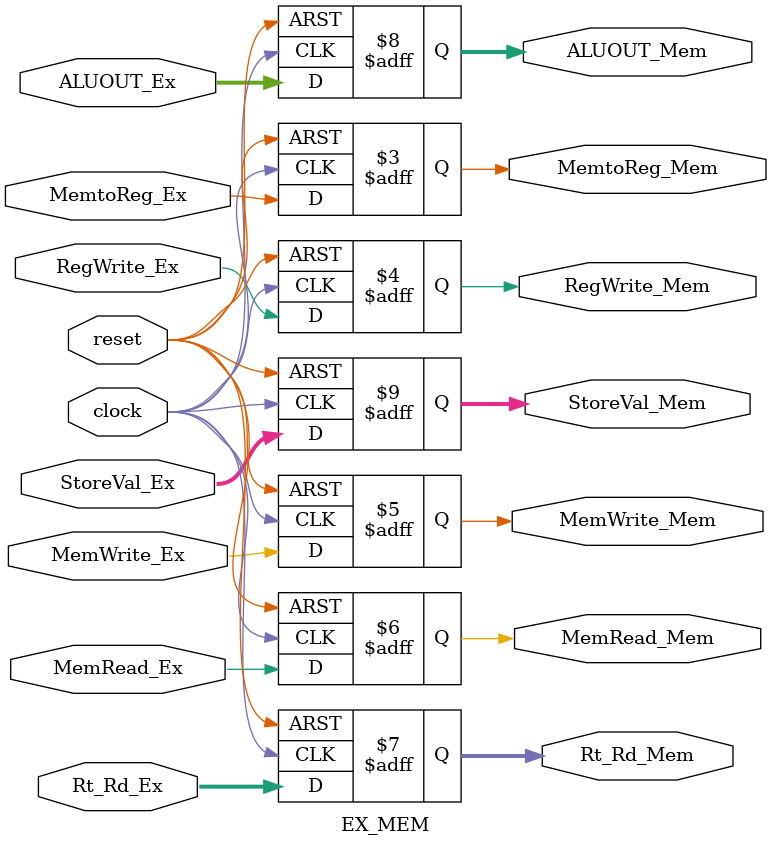
<source format=v>
module EX_MEM (
         input wire clock,reset,
         input wire MemtoReg_Ex, 
         output reg MemtoReg_Mem,
         input wire RegWrite_Ex,
         output reg RegWrite_Mem,
         input wire MemWrite_Ex, 
         output reg MemWrite_Mem,
         input wire MemRead_Ex,
         output reg MemRead_Mem,
         input wire [4:0] Rt_Rd_Ex,
         output reg [4:0] Rt_Rd_Mem,
         input wire [31:0] ALUOUT_Ex,
         output reg [31:0] ALUOUT_Mem,
         input wire [31:0] StoreVal_Ex,
         output reg [31:0] StoreVal_Mem );

always @(posedge clock or negedge reset)
  begin
    if (!reset)
      begin
        MemtoReg_Mem<='b0;
        RegWrite_Mem<='b0;
        MemWrite_Mem<='b0;
        MemRead_Mem<='b0;
        Rt_Rd_Mem<='b0;
        ALUOUT_Mem<='b0;
        StoreVal_Mem<='b0;
      end
    else
      begin
        MemtoReg_Mem<=MemtoReg_Ex;
        RegWrite_Mem<=RegWrite_Ex;
        MemWrite_Mem<=MemWrite_Ex;
        MemRead_Mem<=MemRead_Ex;
        Rt_Rd_Mem<=Rt_Rd_Ex;
        ALUOUT_Mem<=ALUOUT_Ex;
        StoreVal_Mem<=StoreVal_Ex; 
      end
  end

endmodule       
</source>
